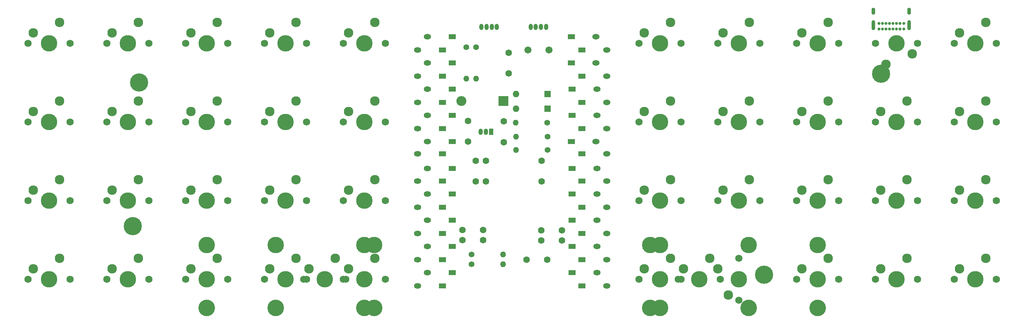
<source format=gbr>
%TF.GenerationSoftware,KiCad,Pcbnew,(7.0.0)*%
%TF.CreationDate,2024-03-09T23:39:14+01:00*%
%TF.ProjectId,LeSTMovoz,4c655354-4d6f-4766-9f7a-2e6b69636164,rev?*%
%TF.SameCoordinates,Original*%
%TF.FileFunction,Soldermask,Bot*%
%TF.FilePolarity,Negative*%
%FSLAX46Y46*%
G04 Gerber Fmt 4.6, Leading zero omitted, Abs format (unit mm)*
G04 Created by KiCad (PCBNEW (7.0.0)) date 2024-03-09 23:39:14*
%MOMM*%
%LPD*%
G01*
G04 APERTURE LIST*
%ADD10C,1.400000*%
%ADD11O,1.400000X1.400000*%
%ADD12C,4.400000*%
%ADD13R,1.778000X1.300000*%
%ADD14O,1.778000X1.300000*%
%ADD15C,1.710000*%
%ADD16C,1.600000*%
%ADD17C,1.750000*%
%ADD18C,3.987800*%
%ADD19C,2.300000*%
%ADD20C,4.000000*%
%ADD21R,2.400000X2.400000*%
%ADD22O,2.400000X2.400000*%
%ADD23R,1.600000X1.600000*%
%ADD24O,1.600000X1.600000*%
%ADD25R,1.050000X1.500000*%
%ADD26O,1.050000X1.500000*%
%ADD27O,1.000000X1.500000*%
%ADD28C,0.700000*%
%ADD29O,0.900000X1.700000*%
%ADD30O,0.900000X2.400000*%
G04 APERTURE END LIST*
D10*
%TO.C,R7*%
X135478264Y-84517916D03*
D11*
X143098263Y-84517915D03*
%TD*%
D12*
%TO.C,*%
X55137500Y-42862500D03*
%TD*%
D13*
%TO.C,D6*%
X159543749Y-31749999D03*
D14*
X165543749Y-31749999D03*
%TD*%
D15*
%TO.C,F1*%
X154156250Y-34934000D03*
X149056250Y-34934000D03*
%TD*%
D16*
%TO.C,C8*%
X152400000Y-66793750D03*
X152400000Y-61793750D03*
%TD*%
D17*
%TO.C,MX24*%
X85407500Y-71437500D03*
D18*
X90487500Y-71437500D03*
D17*
X95567500Y-71437500D03*
D19*
X86677500Y-68897500D03*
X93027500Y-66357500D03*
%TD*%
D17*
%TO.C,MX10*%
X252095000Y-33337500D03*
D18*
X257175000Y-33337500D03*
D17*
X262255000Y-33337500D03*
D19*
X253365000Y-30797500D03*
X259715000Y-28257500D03*
%TD*%
D10*
%TO.C,R4*%
X136525000Y-34290000D03*
D11*
X136524999Y-41909999D03*
%TD*%
D17*
%TO.C,MX19*%
X233045000Y-52387500D03*
D18*
X238125000Y-52387500D03*
D17*
X243205000Y-52387500D03*
D19*
X234315000Y-49847500D03*
X240665000Y-47307500D03*
%TD*%
D17*
%TO.C,MX5*%
X104457500Y-33337500D03*
D18*
X109537500Y-33337500D03*
D17*
X114617500Y-33337500D03*
D19*
X105727500Y-30797500D03*
X112077500Y-28257500D03*
%TD*%
D17*
%TO.C,MX6*%
X175895000Y-33337500D03*
D18*
X180975000Y-33337500D03*
D17*
X186055000Y-33337500D03*
D19*
X177165000Y-30797500D03*
X183515000Y-28257500D03*
%TD*%
D13*
%TO.C,D4*%
X128412499Y-34924999D03*
D14*
X122412499Y-34924999D03*
%TD*%
D17*
%TO.C,MX21*%
X28257500Y-71437500D03*
D18*
X33337500Y-71437500D03*
D17*
X38417500Y-71437500D03*
D19*
X29527500Y-68897500D03*
X35877500Y-66357500D03*
%TD*%
D12*
%TO.C,H6*%
X234387500Y-40736500D03*
%TD*%
D20*
%TO.C,S1*%
X202406250Y-97472500D03*
D18*
X202406250Y-82232500D03*
D20*
X178593750Y-97472500D03*
D18*
X178593750Y-82232500D03*
%TD*%
D16*
%TO.C,C5*%
X136475000Y-66793750D03*
X136475000Y-61793750D03*
%TD*%
D17*
%TO.C,MX4*%
X85407500Y-33337500D03*
D18*
X90487500Y-33337500D03*
D17*
X95567500Y-33337500D03*
D19*
X86677500Y-30797500D03*
X93027500Y-28257500D03*
%TD*%
D16*
%TO.C,C6*%
X138211531Y-81009836D03*
X133211531Y-81009836D03*
%TD*%
D17*
%TO.C,MX37*%
X175895000Y-90487500D03*
D18*
X180975000Y-90487500D03*
D17*
X186055000Y-90487500D03*
D19*
X177165000Y-87947500D03*
X183515000Y-85407500D03*
%TD*%
D17*
%TO.C,MX20*%
X252095000Y-52387500D03*
D18*
X257175000Y-52387500D03*
D17*
X262255000Y-52387500D03*
D19*
X253365000Y-49847500D03*
X259715000Y-47307500D03*
%TD*%
D20*
%TO.C,S2*%
X219075000Y-97472500D03*
D18*
X219075000Y-82232500D03*
D20*
X180975000Y-97472500D03*
D18*
X180975000Y-82232500D03*
%TD*%
D13*
%TO.C,D12*%
X130793749Y-50799999D03*
D14*
X124793749Y-50799999D03*
%TD*%
D17*
%TO.C,MX27*%
X194945000Y-71437500D03*
D18*
X200025000Y-71437500D03*
D17*
X205105000Y-71437500D03*
D19*
X196215000Y-68897500D03*
X202565000Y-66357500D03*
%TD*%
D17*
%TO.C,MX1*%
X28257500Y-33337500D03*
D18*
X33337500Y-33337500D03*
D17*
X38417500Y-33337500D03*
D19*
X29527500Y-30797500D03*
X35877500Y-28257500D03*
%TD*%
D17*
%TO.C,MX38*%
X185420000Y-90487500D03*
D18*
X190500000Y-90487500D03*
D17*
X195580000Y-90487500D03*
D19*
X186690000Y-87947500D03*
X193040000Y-85407500D03*
%TD*%
D17*
%TO.C,MX12*%
X47307500Y-52387500D03*
D18*
X52387500Y-52387500D03*
D17*
X57467500Y-52387500D03*
D19*
X48577500Y-49847500D03*
X54927500Y-47307500D03*
%TD*%
D13*
%TO.C,D3*%
X130793749Y-38099999D03*
D14*
X124793749Y-38099999D03*
%TD*%
D13*
%TO.C,D8*%
X159543749Y-38099999D03*
D14*
X165543749Y-38099999D03*
%TD*%
D10*
%TO.C,R3*%
X153828750Y-55981250D03*
D11*
X146208749Y-55981249D03*
%TD*%
D13*
%TO.C,D16*%
X162099999Y-60124999D03*
D14*
X168099999Y-60124999D03*
%TD*%
D17*
%TO.C,MX34*%
X85407500Y-90487500D03*
D18*
X90487500Y-90487500D03*
D17*
X95567500Y-90487500D03*
D19*
X86677500Y-87947500D03*
X93027500Y-85407500D03*
%TD*%
D16*
%TO.C,C1*%
X134625429Y-52150000D03*
X134625429Y-57150000D03*
%TD*%
D13*
%TO.C,D9*%
X162099999Y-41274999D03*
D14*
X168099999Y-41274999D03*
%TD*%
D13*
%TO.C,D24*%
X128412499Y-66674999D03*
D14*
X122412499Y-66674999D03*
%TD*%
D17*
%TO.C,MX41*%
X233045000Y-90487500D03*
D18*
X238125000Y-90487500D03*
D17*
X243205000Y-90487500D03*
D19*
X234315000Y-87947500D03*
X240665000Y-85407500D03*
%TD*%
D13*
%TO.C,D38*%
X162099999Y-85724999D03*
D14*
X168099999Y-85724999D03*
%TD*%
D13*
%TO.C,D29*%
X162099999Y-73024999D03*
D14*
X168099999Y-73024999D03*
%TD*%
D10*
%TO.C,R5*%
X134143750Y-34290000D03*
D11*
X134143749Y-41909999D03*
%TD*%
D17*
%TO.C,MX28*%
X213995000Y-71437500D03*
D18*
X219075000Y-71437500D03*
D17*
X224155000Y-71437500D03*
D19*
X215265000Y-68897500D03*
X221615000Y-66357500D03*
%TD*%
D17*
%TO.C,MX8*%
X213995000Y-33337500D03*
D18*
X219075000Y-33337500D03*
D17*
X224155000Y-33337500D03*
D19*
X215265000Y-30797500D03*
X221615000Y-28257500D03*
%TD*%
D13*
%TO.C,D18*%
X162099999Y-53974999D03*
D14*
X168099999Y-53974999D03*
%TD*%
D17*
%TO.C,MX18*%
X213995000Y-52387500D03*
D18*
X219075000Y-52387500D03*
D17*
X224155000Y-52387500D03*
D19*
X215265000Y-49847500D03*
X221615000Y-47307500D03*
%TD*%
D13*
%TO.C,D7*%
X162099999Y-34924999D03*
D14*
X168099999Y-34924999D03*
%TD*%
D13*
%TO.C,D34*%
X130793749Y-88899999D03*
D14*
X124793749Y-88899999D03*
%TD*%
D13*
%TO.C,D20*%
X162099999Y-47624999D03*
D14*
X168099999Y-47624999D03*
%TD*%
D17*
%TO.C,MX33*%
X66357500Y-90487500D03*
D18*
X71437500Y-90487500D03*
D17*
X76517500Y-90487500D03*
D19*
X67627500Y-87947500D03*
X73977500Y-85407500D03*
%TD*%
D13*
%TO.C,D13*%
X128412499Y-53974999D03*
D14*
X122412499Y-53974999D03*
%TD*%
D21*
%TO.C,D41*%
X143192499Y-47300965D03*
D22*
X133032499Y-47300965D03*
%TD*%
D10*
%TO.C,R2*%
X153828750Y-59156250D03*
D11*
X146208749Y-59156249D03*
%TD*%
D13*
%TO.C,D15*%
X128412499Y-60124999D03*
D14*
X122412499Y-60124999D03*
%TD*%
D17*
%TO.C,MX23*%
X66357500Y-71437500D03*
D18*
X71437500Y-71437500D03*
D17*
X76517500Y-71437500D03*
D19*
X67627500Y-68897500D03*
X73977500Y-66357500D03*
%TD*%
D13*
%TO.C,D33*%
X128412499Y-85724999D03*
D14*
X122412499Y-85724999D03*
%TD*%
D10*
%TO.C,R1*%
X153728750Y-52562500D03*
D11*
X146108749Y-52562499D03*
%TD*%
D13*
%TO.C,D10*%
X159718749Y-44449999D03*
D14*
X165718749Y-44449999D03*
%TD*%
D13*
%TO.C,D36*%
X162099999Y-92074999D03*
D14*
X168099999Y-92074999D03*
%TD*%
D17*
%TO.C,MX14*%
X85407500Y-52387500D03*
D18*
X90487500Y-52387500D03*
D17*
X95567500Y-52387500D03*
D19*
X86677500Y-49847500D03*
X93027500Y-47307500D03*
%TD*%
D13*
%TO.C,D19*%
X159718749Y-50799999D03*
D14*
X165718749Y-50799999D03*
%TD*%
D23*
%TO.C,D43*%
X153828749Y-49212499D03*
D24*
X146208749Y-49212499D03*
%TD*%
D13*
%TO.C,D5*%
X130793749Y-31749999D03*
D14*
X124793749Y-31749999D03*
%TD*%
D25*
%TO.C,U2*%
X140176249Y-54768749D03*
D26*
X138906249Y-54768749D03*
X137636249Y-54768749D03*
%TD*%
D16*
%TO.C,C10*%
X138906250Y-66793750D03*
X138906250Y-61793750D03*
%TD*%
D20*
%TO.C,S3*%
X109537500Y-97472500D03*
D18*
X109537500Y-82232500D03*
D20*
X71437500Y-97472500D03*
D18*
X71437500Y-82232500D03*
%TD*%
D13*
%TO.C,D23*%
X130793749Y-69849999D03*
D14*
X124793749Y-69849999D03*
%TD*%
D17*
%TO.C,MX17*%
X194945000Y-52387500D03*
D18*
X200025000Y-52387500D03*
D17*
X205105000Y-52387500D03*
D19*
X196215000Y-49847500D03*
X202565000Y-47307500D03*
%TD*%
D13*
%TO.C,D27*%
X162099999Y-66674999D03*
D14*
X168099999Y-66674999D03*
%TD*%
D13*
%TO.C,D2*%
X128412499Y-41274999D03*
D14*
X122412499Y-41274999D03*
%TD*%
D16*
%TO.C,C9*%
X152268053Y-78635515D03*
X157268053Y-78635515D03*
%TD*%
D17*
%TO.C,MX16*%
X175895000Y-52387500D03*
D18*
X180975000Y-52387500D03*
D17*
X186055000Y-52387500D03*
D19*
X177165000Y-49847500D03*
X183515000Y-47307500D03*
%TD*%
D13*
%TO.C,D39*%
X159718749Y-82549999D03*
D14*
X165718749Y-82549999D03*
%TD*%
D13*
%TO.C,D17*%
X159543749Y-57149999D03*
D14*
X165543749Y-57149999D03*
%TD*%
D17*
%TO.C,MX31*%
X28257500Y-90487500D03*
D18*
X33337500Y-90487500D03*
D17*
X38417500Y-90487500D03*
D19*
X29527500Y-87947500D03*
X35877500Y-85407500D03*
%TD*%
D20*
%TO.C,S4*%
X111918750Y-97472500D03*
D18*
X111918750Y-82232500D03*
D20*
X88106250Y-97472500D03*
D18*
X88106250Y-82232500D03*
%TD*%
D13*
%TO.C,D40*%
X162099999Y-79374999D03*
D14*
X168099999Y-79374999D03*
%TD*%
D17*
%TO.C,MX26*%
X175895000Y-71437500D03*
D18*
X180975000Y-71437500D03*
D17*
X186055000Y-71437500D03*
D19*
X177165000Y-68897500D03*
X183515000Y-66357500D03*
%TD*%
D13*
%TO.C,D1*%
X130793749Y-44449999D03*
D14*
X124793749Y-44449999D03*
%TD*%
D10*
%TO.C,R6*%
X135478264Y-86899166D03*
D11*
X143098263Y-86899165D03*
%TD*%
D13*
%TO.C,D30*%
X159718749Y-76199999D03*
D14*
X165718749Y-76199999D03*
%TD*%
D16*
%TO.C,C7*%
X138211531Y-78578586D03*
X133211531Y-78578586D03*
%TD*%
D17*
%TO.C,MX32*%
X47307500Y-90487500D03*
D18*
X52387500Y-90487500D03*
D17*
X57467500Y-90487500D03*
D19*
X48577500Y-87947500D03*
X54927500Y-85407500D03*
%TD*%
D13*
%TO.C,D31*%
X128412499Y-79374999D03*
D14*
X122412499Y-79374999D03*
%TD*%
D17*
%TO.C,MX3*%
X66357500Y-33337500D03*
D18*
X71437500Y-33337500D03*
D17*
X76517500Y-33337500D03*
D19*
X67627500Y-30797500D03*
X73977500Y-28257500D03*
%TD*%
D13*
%TO.C,D28*%
X159718749Y-69849999D03*
D14*
X165718749Y-69849999D03*
%TD*%
D17*
%TO.C,MX29*%
X233045000Y-71437500D03*
D18*
X238125000Y-71437500D03*
D17*
X243205000Y-71437500D03*
D19*
X234315000Y-68897500D03*
X240665000Y-66357500D03*
%TD*%
D17*
%TO.C,MX39*%
X200025000Y-95567500D03*
D18*
X200025000Y-90487500D03*
D17*
X200025000Y-85407500D03*
D19*
X197485000Y-94297500D03*
X194945000Y-87947500D03*
%TD*%
D13*
%TO.C,D11*%
X128412499Y-47624999D03*
D14*
X122412499Y-47624999D03*
%TD*%
D17*
%TO.C,MX7*%
X194945000Y-33337500D03*
D18*
X200025000Y-33337500D03*
D17*
X205105000Y-33337500D03*
D19*
X196215000Y-30797500D03*
X202565000Y-28257500D03*
%TD*%
D17*
%TO.C,MX22*%
X47307500Y-71437500D03*
D18*
X52387500Y-71437500D03*
D17*
X57467500Y-71437500D03*
D19*
X48577500Y-68897500D03*
X54927500Y-66357500D03*
%TD*%
D17*
%TO.C,MX9*%
X243205000Y-33337500D03*
D18*
X238125000Y-33337500D03*
D17*
X233045000Y-33337500D03*
D19*
X241935000Y-35877500D03*
X235585000Y-38417500D03*
%TD*%
D23*
%TO.C,D42*%
X153828749Y-45662499D03*
D24*
X146208749Y-45662499D03*
%TD*%
D16*
%TO.C,C3*%
X148712500Y-85725000D03*
X153712500Y-85725000D03*
%TD*%
D13*
%TO.C,D37*%
X159718749Y-88899999D03*
D14*
X165718749Y-88899999D03*
%TD*%
D13*
%TO.C,D21*%
X130793749Y-76199999D03*
D14*
X124793749Y-76199999D03*
%TD*%
D16*
%TO.C,C4*%
X152268053Y-81066765D03*
X157268053Y-81066765D03*
%TD*%
D17*
%TO.C,MX15*%
X104457500Y-52387500D03*
D18*
X109537500Y-52387500D03*
D17*
X114617500Y-52387500D03*
D19*
X105727500Y-49847500D03*
X112077500Y-47307500D03*
%TD*%
D12*
%TO.C,*%
X206137500Y-89371500D03*
%TD*%
%TO.C,*%
X53537500Y-77636500D03*
%TD*%
D17*
%TO.C,MX25*%
X104457500Y-71437500D03*
D18*
X109537500Y-71437500D03*
D17*
X114617500Y-71437500D03*
D19*
X105727500Y-68897500D03*
X112077500Y-66357500D03*
%TD*%
D17*
%TO.C,MX36*%
X94932500Y-90487500D03*
D18*
X100012500Y-90487500D03*
D17*
X105092500Y-90487500D03*
D19*
X96202500Y-87947500D03*
X102552500Y-85407500D03*
%TD*%
D17*
%TO.C,MX13*%
X66357500Y-52387500D03*
D18*
X71437500Y-52387500D03*
D17*
X76517500Y-52387500D03*
D19*
X67627500Y-49847500D03*
X73977500Y-47307500D03*
%TD*%
D17*
%TO.C,MX40*%
X213995000Y-90487500D03*
D18*
X219075000Y-90487500D03*
D17*
X224155000Y-90487500D03*
D19*
X215265000Y-87947500D03*
X221615000Y-85407500D03*
%TD*%
D13*
%TO.C,D25*%
X130793749Y-63699999D03*
D14*
X124793749Y-63699999D03*
%TD*%
D13*
%TO.C,D22*%
X128412499Y-73024999D03*
D14*
X122412499Y-73024999D03*
%TD*%
D16*
%TO.C,C12*%
X144462500Y-35600000D03*
X144462500Y-40600000D03*
%TD*%
D17*
%TO.C,MX2*%
X47307500Y-33337500D03*
D18*
X52387500Y-33337500D03*
D17*
X57467500Y-33337500D03*
D19*
X48577500Y-30797500D03*
X54927500Y-28257500D03*
%TD*%
D13*
%TO.C,D32*%
X130793749Y-82549999D03*
D14*
X124793749Y-82549999D03*
%TD*%
D17*
%TO.C,MX11*%
X28257500Y-52387500D03*
D18*
X33337500Y-52387500D03*
D17*
X38417500Y-52387500D03*
D19*
X29527500Y-49847500D03*
X35877500Y-47307500D03*
%TD*%
D17*
%TO.C,MX42*%
X252095000Y-90487500D03*
D18*
X257175000Y-90487500D03*
D17*
X262255000Y-90487500D03*
D19*
X253365000Y-87947500D03*
X259715000Y-85407500D03*
%TD*%
D17*
%TO.C,MX30*%
X252095000Y-71437500D03*
D18*
X257175000Y-71437500D03*
D17*
X262255000Y-71437500D03*
D19*
X253365000Y-68897500D03*
X259715000Y-66357500D03*
%TD*%
D17*
%TO.C,MX35*%
X104457500Y-90487500D03*
D18*
X109537500Y-90487500D03*
D17*
X114617500Y-90487500D03*
D19*
X105727500Y-87947500D03*
X112077500Y-85407500D03*
%TD*%
D16*
%TO.C,C2*%
X143250429Y-52276860D03*
X143250429Y-57276860D03*
%TD*%
D13*
%TO.C,D14*%
X130793749Y-57149999D03*
D14*
X124793749Y-57149999D03*
%TD*%
D13*
%TO.C,D35*%
X128412499Y-92074999D03*
D14*
X122412499Y-92074999D03*
%TD*%
D13*
%TO.C,D26*%
X159718749Y-63699999D03*
D14*
X165718749Y-63699999D03*
%TD*%
D27*
%TO.C,D44*%
X137849999Y-29368749D03*
X140324999Y-29368749D03*
X141549999Y-29368749D03*
X139074999Y-29368749D03*
%TD*%
%TO.C,D45*%
X149756249Y-29368749D03*
X152231249Y-29368749D03*
X153456249Y-29368749D03*
X150981249Y-29368749D03*
%TD*%
D28*
%TO.C,J1*%
X233938179Y-29918750D03*
X234788179Y-29918750D03*
X235638179Y-29918750D03*
X236488179Y-29918750D03*
X237338179Y-29918750D03*
X238188179Y-29918750D03*
X239038179Y-29918750D03*
X239888179Y-29918750D03*
X239888179Y-28568750D03*
X239038179Y-28568750D03*
X238188179Y-28568750D03*
X237338179Y-28568750D03*
X236488179Y-28568750D03*
X235638179Y-28568750D03*
X234788179Y-28568750D03*
X233938179Y-28568750D03*
D29*
X232588178Y-25558749D03*
D30*
X232588178Y-28938749D03*
D29*
X241238178Y-25558749D03*
D30*
X241238178Y-28938749D03*
%TD*%
M02*

</source>
